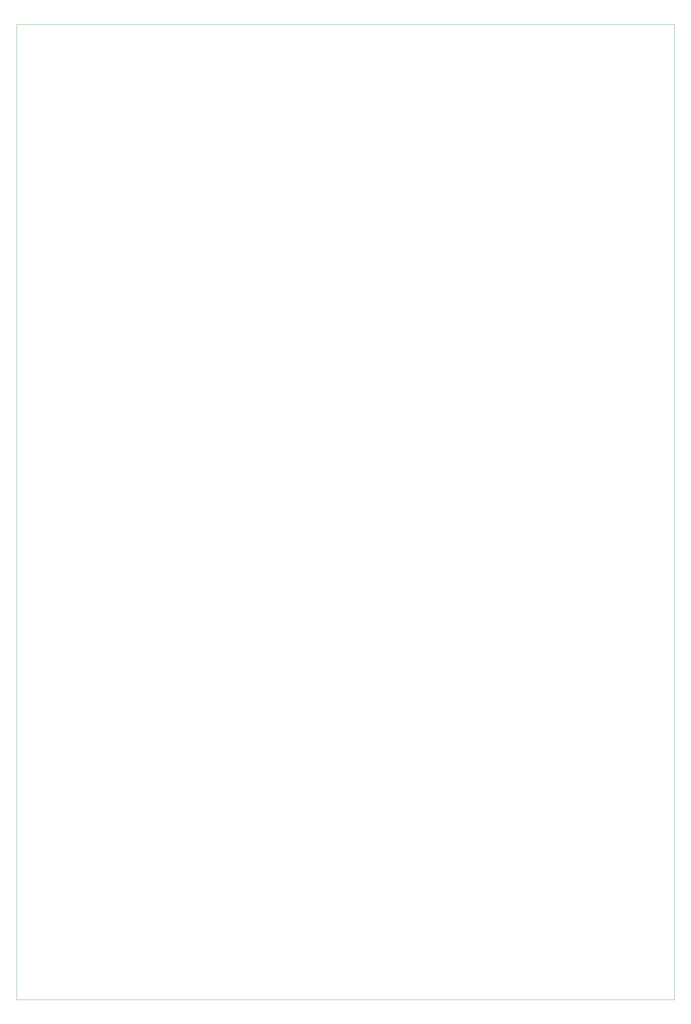
<source format=gbr>
G04 #@! TF.GenerationSoftware,KiCad,Pcbnew,(5.1.0)-1*
G04 #@! TF.CreationDate,2020-08-18T17:52:06+08:00*
G04 #@! TF.ProjectId,LED_driver,4c45445f-6472-4697-9665-722e6b696361,rev?*
G04 #@! TF.SameCoordinates,Original*
G04 #@! TF.FileFunction,Profile,NP*
%FSLAX46Y46*%
G04 Gerber Fmt 4.6, Leading zero omitted, Abs format (unit mm)*
G04 Created by KiCad (PCBNEW (5.1.0)-1) date 2020-08-18 17:52:06*
%MOMM*%
%LPD*%
G04 APERTURE LIST*
%ADD10C,0.050000*%
G04 APERTURE END LIST*
D10*
X243360000Y-329950000D02*
X55350000Y-329950000D01*
X243360000Y-51700000D02*
X243360000Y-329950000D01*
X55380000Y-51690000D02*
X243360000Y-51700000D01*
X55350000Y-329950000D02*
X55380000Y-51690000D01*
M02*

</source>
